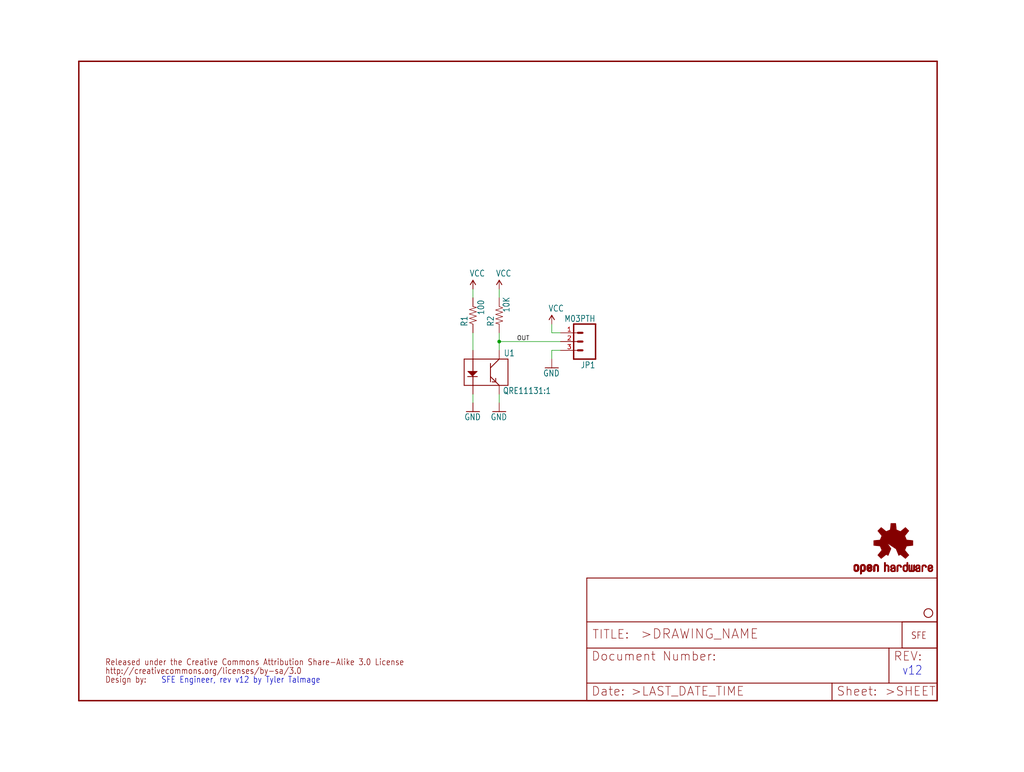
<source format=kicad_sch>
(kicad_sch (version 20211123) (generator eeschema)
  (paper "User" 297.002 223.926)
  (lib_symbols
    (symbol "schematicEagle-eagle-import:CREATIVE_COMMONS"
      (symbol "CREATIVE_COMMONS_1_0"
        (text "Design by:" (at 0 0 0) (effects (font (size 1.778 1.5113)) (justify left bottom)))
        (text "http://creativecommons.org/licenses/by-sa/3.0" (at 0 2.54 0) (effects (font (size 1.778 1.5113)) (justify left bottom)))
        (text "Released under the Creative Commons Attribution Share-Alike 3.0 License" (at 0 5.08 0) (effects (font (size 1.778 1.5113)) (justify left bottom)))
      )
    )
    (symbol "schematicEagle-eagle-import:FRAME-LETTER"
      (symbol "FRAME-LETTER_2_0"
        (text ">DRAWING_NAME" (at 15.494 17.78 0) (effects (font (size 2.7432 2.7432)) (justify left bottom)))
        (text ">LAST_DATE_TIME" (at 12.7 1.27 0) (effects (font (size 2.54 2.54)) (justify left bottom)))
        (text ">SHEET" (at 86.36 1.27 0) (effects (font (size 2.54 2.54)) (justify left bottom)))
        (text "Date:" (at 1.27 1.27 0) (effects (font (size 2.54 2.54)) (justify left bottom)))
        (text "Document Number:" (at 1.27 11.43 0) (effects (font (size 2.54 2.54)) (justify left bottom)))
        (text "REV:" (at 88.9 11.43 0) (effects (font (size 2.54 2.54)) (justify left bottom)))
        (text "Sheet:" (at 72.39 1.27 0) (effects (font (size 2.54 2.54)) (justify left bottom)))
        (text "TITLE:" (at 1.524 17.78 0) (effects (font (size 2.54 2.54)) (justify left bottom)))
      )
    )
    (symbol "schematicEagle-eagle-import:GND" (power)
      (property "Value" "GND" (at -2.54 -2.54 0))
      (symbol "GND_1_0"
        (pin power_in line (at 0 2.54 270) (length 2.54) (name "GND") (number "1"))
      )
    )
    (symbol "schematicEagle-eagle-import:LOGO-SFESK"
      (symbol "LOGO-SFESK_1_0"
        (text "SFE" (at 0 0 0) (effects (font (size 1.9304 1.6408)) (justify left bottom)))
      )
    )
    (symbol "schematicEagle-eagle-import:M03PTH"
      (property "Reference" "JP" (at -2.54 5.842 0))
      (property "Value" "M03PTH" (at -2.54 -7.62 0))
      (symbol "M03PTH_1_0"
        (pin passive line (at 7.62 -2.54 180) (length 5.08) (name "1") (number "1"))
        (pin passive line (at 7.62 0 180) (length 5.08) (name "2") (number "2"))
        (pin passive line (at 7.62 2.54 180) (length 5.08) (name "3") (number "3"))
      )
    )
    (symbol "schematicEagle-eagle-import:OSHW-LOGOS")
    (symbol "schematicEagle-eagle-import:QRE11131{colon}1"
      (property "Value" "QRE11131{colon}1" (at -1.778 3.048 0))
      (symbol "QRE11131{colon}1_1_0"
        (pin bidirectional line (at 5.08 5.08 270) (length 2.54) (name "A") (number "1"))
        (pin bidirectional line (at 5.08 -7.62 90) (length 2.54) (name "K") (number "2"))
        (pin bidirectional line (at -2.54 5.08 270) (length 2.54) (name "C") (number "3"))
        (pin bidirectional line (at -2.54 -7.62 90) (length 2.54) (name "E") (number "4"))
      )
    )
    (symbol "schematicEagle-eagle-import:RESISTOR0603-RES"
      (property "Reference" "R" (at -3.81 1.4986 0))
      (property "Value" "RESISTOR0603-RES" (at -3.81 -3.302 0))
      (symbol "RESISTOR0603-RES_1_0"
        (pin passive line (at -5.08 0 0) (length 2.54) (name "1") (number "1"))
        (pin passive line (at 5.08 0 180) (length 2.54) (name "2") (number "2"))
      )
    )
    (symbol "schematicEagle-eagle-import:STAND-OFF")
    (symbol "schematicEagle-eagle-import:VCC" (power)
      (property "Value" "VCC" (at -1.016 3.556 0))
      (symbol "VCC_1_0"
        (pin power_in line (at 0 0 90) (length 2.54) (name "VCC") (number "1"))
      )
    )
  )
  (junction (at 144.78 99.06))
  (wire (pts (xy 162.56 101.6) (xy 160.02 101.6)))
  (wire (pts (xy 144.78 83.82) (xy 144.78 86.36)))
  (wire (pts (xy 137.16 83.82) (xy 137.16 86.36)))
  (wire (pts (xy 160.02 96.52) (xy 160.02 93.98)))
  (wire (pts (xy 160.02 101.6) (xy 160.02 104.14)))
  (wire (pts (xy 144.78 114.3) (xy 144.78 116.84)))
  (wire (pts (xy 137.16 96.52) (xy 137.16 101.6)))
  (wire (pts (xy 144.78 99.06) (xy 162.56 99.06)))
  (wire (pts (xy 162.56 96.52) (xy 160.02 96.52)))
  (wire (pts (xy 144.78 101.6) (xy 144.78 99.06)))
  (wire (pts (xy 144.78 96.52) (xy 144.78 99.06)))
  (wire (pts (xy 137.16 116.84) (xy 137.16 114.3)))
  (text "v12" (at 261.62 196.088 180) (effects (font (size 2.54 2.159)) (justify left bottom)))
  (text "SFE Engineer, rev v12 by Tyler Talmage" (at 46.736 198.374 180) (effects (font (size 1.778 1.5113)) (justify left bottom)))
  (label "OUT" (at 149.86 99.06 0) (effects (font (size 1.2446 1.2446))))
  (symbol (lib_id "schematicEagle-eagle-import:QRE11131{colon}1") (at 142.24 106.68 0) (mirror y) (unit 1)
    (property "Reference" "U1" (at 146.05 103.378 0) (effects (font (size 1.778 1.5113)) (justify right bottom)))
    (property "Value" "QRE11131{colon}1" (at 145.796 114.3 0) (effects (font (size 1.778 1.5113)) (justify right bottom)))
    (property "Footprint" "schematicEagle:QRE1113-1_1" (effects hide))
  )
  (symbol (lib_id "schematicEagle-eagle-import:FRAME-LETTER") (at 22.86 203.2 0) (unit 1)
    (property "Reference" "#FRAME1" (effects hide))
    (property "Value" "FRAME-LETTER" (effects hide))
    (property "Footprint" "schematicEagle:" (effects hide))
  )
  (symbol (lib_id "schematicEagle-eagle-import:FRAME-LETTER") (at 170.18 203.2 0) (unit 2)
    (property "Reference" "#FRAME1" (effects hide))
    (property "Value" "FRAME-LETTER" (effects hide))
    (property "Footprint" "schematicEagle:" (effects hide))
  )
  (symbol (lib_id "schematicEagle-eagle-import:VCC") (at 137.16 83.82 0) (unit 1)
    (property "Reference" "#P+1" (effects hide))
    (property "Value" "VCC" (at 136.144 80.264 0) (effects (font (size 1.778 1.5113)) (justify left bottom)))
    (property "Footprint" "schematicEagle:" (effects hide))
  )
  (symbol (lib_id "schematicEagle-eagle-import:RESISTOR0603-RES") (at 144.78 91.44 270) (unit 1)
    (property "Reference" "R2" (at 143.256 94.742 0) (effects (font (size 1.778 1.5113)) (justify right top)))
    (property "Value" "10K" (at 147.828 90.678 0) (effects (font (size 1.778 1.5113)) (justify right top)))
    (property "Footprint" "schematicEagle:0603-RES" (effects hide))
  )
  (symbol (lib_id "schematicEagle-eagle-import:RESISTOR0603-RES") (at 137.16 91.44 90) (unit 1)
    (property "Reference" "R1" (at 135.636 94.742 0) (effects (font (size 1.778 1.5113)) (justify left bottom)))
    (property "Value" "100" (at 140.462 91.44 0) (effects (font (size 1.778 1.5113)) (justify left bottom)))
    (property "Footprint" "schematicEagle:0603-RES" (effects hide))
  )
  (symbol (lib_id "schematicEagle-eagle-import:GND") (at 160.02 106.68 0) (unit 1)
    (property "Reference" "#GND2" (effects hide))
    (property "Value" "GND" (at 157.48 109.22 0) (effects (font (size 1.778 1.5113)) (justify left bottom)))
    (property "Footprint" "schematicEagle:" (effects hide))
  )
  (symbol (lib_id "schematicEagle-eagle-import:LOGO-SFESK") (at 264.16 185.42 0) (unit 1)
    (property "Reference" "JP2" (effects hide))
    (property "Value" "LOGO-SFESK" (effects hide))
    (property "Footprint" "schematicEagle:SFE-LOGO-FLAME" (effects hide))
  )
  (symbol (lib_id "schematicEagle-eagle-import:OSHW-LOGOS") (at 259.08 157.48 0) (unit 1)
    (property "Reference" "U$1" (effects hide))
    (property "Value" "OSHW-LOGOS" (effects hide))
    (property "Footprint" "schematicEagle:OSHW-LOGO-S" (effects hide))
  )
  (symbol (lib_id "schematicEagle-eagle-import:STAND-OFF") (at 269.24 177.8 0) (unit 1)
    (property "Reference" "JP3" (effects hide))
    (property "Value" "STAND-OFF" (effects hide))
    (property "Footprint" "schematicEagle:STAND-OFF" (effects hide))
  )
  (symbol (lib_id "schematicEagle-eagle-import:GND") (at 144.78 119.38 0) (unit 1)
    (property "Reference" "#GND3" (effects hide))
    (property "Value" "GND" (at 142.24 121.92 0) (effects (font (size 1.778 1.5113)) (justify left bottom)))
    (property "Footprint" "schematicEagle:" (effects hide))
  )
  (symbol (lib_id "schematicEagle-eagle-import:GND") (at 137.16 119.38 0) (unit 1)
    (property "Reference" "#GND1" (effects hide))
    (property "Value" "GND" (at 134.62 121.92 0) (effects (font (size 1.778 1.5113)) (justify left bottom)))
    (property "Footprint" "schematicEagle:" (effects hide))
  )
  (symbol (lib_id "schematicEagle-eagle-import:VCC") (at 144.78 83.82 0) (unit 1)
    (property "Reference" "#P+2" (effects hide))
    (property "Value" "VCC" (at 143.764 80.264 0) (effects (font (size 1.778 1.5113)) (justify left bottom)))
    (property "Footprint" "schematicEagle:" (effects hide))
  )
  (symbol (lib_id "schematicEagle-eagle-import:M03PTH") (at 170.18 99.06 180) (unit 1)
    (property "Reference" "JP1" (at 172.72 104.902 0) (effects (font (size 1.778 1.5113)) (justify left bottom)))
    (property "Value" "M03PTH" (at 172.72 91.44 0) (effects (font (size 1.778 1.5113)) (justify left bottom)))
    (property "Footprint" "schematicEagle:1X03" (effects hide))
  )
  (symbol (lib_id "schematicEagle-eagle-import:VCC") (at 160.02 93.98 0) (unit 1)
    (property "Reference" "#P+3" (effects hide))
    (property "Value" "VCC" (at 159.004 90.424 0) (effects (font (size 1.778 1.5113)) (justify left bottom)))
    (property "Footprint" "schematicEagle:" (effects hide))
  )
  (symbol (lib_id "schematicEagle-eagle-import:CREATIVE_COMMONS") (at 30.48 198.12 0) (unit 1)
    (property "Reference" "CC_TEXT1" (effects hide))
    (property "Value" "CREATIVE_COMMONS" (effects hide))
    (property "Footprint" "schematicEagle:CREATIVE_COMMONS" (effects hide))
  )
)
</source>
